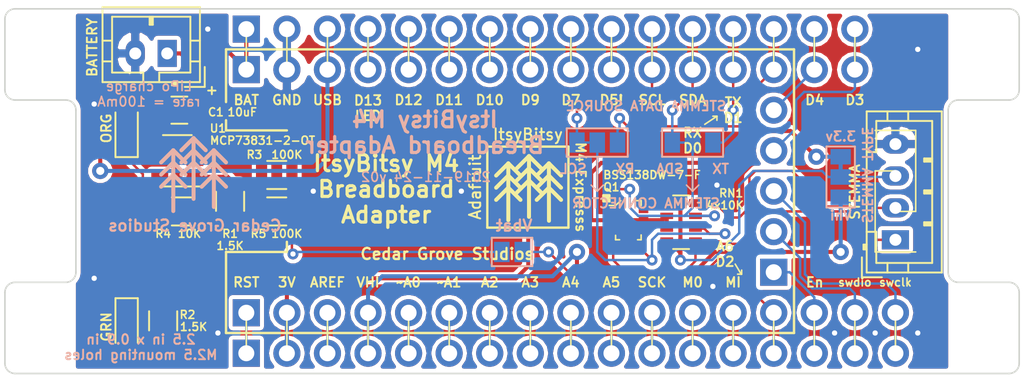
<source format=kicad_pcb>
(kicad_pcb (version 20171130) (host pcbnew "(5.0.0-rc2-dev-444-g2974a2c10)")
  (title_block (title "ItsyBitsy Breadboard Adapter") (date 2019-11-24) (rev v02) (company "Cedar Grove Studios"))
  (layers (0 F.Cu signal) (31 B.Cu signal) (34 B.Paste user hide) (35 F.Paste user) (36 B.SilkS user) (37 F.SilkS user) (38 B.Mask user) (39 F.Mask user hide) (44 Edge.Cuts user))
  (net 0 "")
  (net 1 GND)
  (net 2 /SCL)
  (net 3 /SDA)
  (net 4 +3V3)
  (net 5 /Aref)
  (net 6 /Vhi)
  (net 7 /~~A0)
  (net 8 /~~A1)
  (net 9 /A2)
  (net 10 /A3)
  (net 11 /A4)
  (net 12 /A5)
  (net 13 /SCK)
  (net 14 /MO)
  (net 15 /MI)
  (net 16 /D2-A6)
  (net 17 /En)
  (net 18 /swdio)
  (net 19 /swclk)
  (net 20 /D3)
  (net 21 /D4)
  (net 22 /D0-RX)
  (net 23 /D1-TX)
  (net 24 /D5!)
  (net 25 /D7)
  (net 26 /D9)
  (net 27 /D10)
  (net 28 /D11)
  (net 29 /D12)
  (net 30 /D13-LED)
  (net 31 /BAT)
  (net 32 "Net-(D1-Pad1)")
  (net 33 "Net-(D2-Pad2)")
  (net 34 /~RST)
  (net 35 /STEMMA_SCL)
  (net 36 /STEMMA_SDA)
  (net 37 "Net-(JMP3-Pad2)")
  (net 38 "Net-(R1-Pad2)")
  (net 39 "Net-(R4-Pad1)")
  (net 40 /USB)
  (module Adafruit:Pin_Header_Straight_1x05_Pitch2.54mm_no_silk (layer F.Cu) (at 144.78 113.03 180)
    (fp_text reference J6)
    (fp_text value XTRA)
    (pad 5 thru_hole oval (at 0 10.16 180) (size 1.7 1.7) (drill 1) (layers *.Cu *.Mask) (net 21 /D4))
    (pad 4 thru_hole oval (at 0 7.62 180) (size 1.7 1.7) (drill 1) (layers *.Cu *.Mask) (net 20 /D3))
    (pad 3 thru_hole oval (at 0 5.08 180) (size 1.7 1.7) (drill 1) (layers *.Cu *.Mask) (net 19 /swclk))
    (pad 2 thru_hole oval (at 0 2.54 180) (size 1.7 1.7) (drill 1) (layers *.Cu *.Mask) (net 18 /swdio))
    (pad 1 thru_hole rect (at 0 0 180) (size 1.7 1.7) (drill 1) (layers *.Cu *.Mask) (net 17 /En))
  )
  (module Resistors_SMD:R_Array_Convex_4x0603 (layer F.Cu) (at 138.980666 109.896407)
    (fp_text reference RN1 (at 3.132334 -1.819407) (layer F.SilkS) (effects (font (size 0.5 0.5) (thickness 0.1))))
    (fp_text value 4x10K (at 2.751334 -1.057407) (layer F.SilkS) (effects (font (size 0.5 0.5) (thickness 0.1))))
    (pad 1 smd rect (at -0.9 -1.2) (size 0.8 0.5) (layers F.Cu F.Paste F.Mask) (net 4 +3V3))
    (pad 3 smd rect (at -0.9 0.4) (size 0.8 0.4) (layers F.Cu F.Paste F.Mask) (net 4 +3V3))
    (pad 2 smd rect (at -0.9 -0.4) (size 0.8 0.4) (layers F.Cu F.Paste F.Mask) (net 4 +3V3))
    (pad 4 smd rect (at -0.9 1.2) (size 0.8 0.5) (layers F.Cu F.Paste F.Mask) (net 4 +3V3))
    (pad 7 smd rect (at 0.9 -0.4) (size 0.8 0.4) (layers F.Cu F.Paste F.Mask) (net 3 /SDA))
    (pad 8 smd rect (at 0.9 -1.2) (size 0.8 0.5) (layers F.Cu F.Paste F.Mask) (net 36 /STEMMA_SDA))
    (pad 6 smd rect (at 0.9 0.4) (size 0.8 0.4) (layers F.Cu F.Paste F.Mask) (net 2 /SCL))
    (pad 5 smd rect (at 0.9 1.2) (size 0.8 0.5) (layers F.Cu F.Paste F.Mask) (net 35 /STEMMA_SCL))
  )
  (module Adafruit:Pin_Header_Straight_1x17_Pitch2.54mm_no_silk (layer F.Cu) (at 111.76 115.57 90)
    (fp_text reference J1)
    (fp_text value "EDGE PINS")
    (pad 1 thru_hole rect (at 0 0 90) (size 1.7 1.7) (drill 1) (layers *.Cu *.Mask) (net 34 /~RST))
    (pad 2 thru_hole oval (at 0 2.54 90) (size 1.7 1.7) (drill 1) (layers *.Cu *.Mask) (net 4 +3V3))
    (pad 3 thru_hole oval (at 0 5.08 90) (size 1.7 1.7) (drill 1) (layers *.Cu *.Mask) (net 5 /Aref))
    (pad 4 thru_hole oval (at 0 7.62 90) (size 1.7 1.7) (drill 1) (layers *.Cu *.Mask) (net 6 /Vhi))
    (pad 5 thru_hole oval (at 0 10.16 90) (size 1.7 1.7) (drill 1) (layers *.Cu *.Mask) (net 7 /~~A0))
    (pad 6 thru_hole oval (at 0 12.7 90) (size 1.7 1.7) (drill 1) (layers *.Cu *.Mask) (net 8 /~~A1))
    (pad 7 thru_hole oval (at 0 15.24 90) (size 1.7 1.7) (drill 1) (layers *.Cu *.Mask) (net 9 /A2))
    (pad 8 thru_hole oval (at 0 17.78 90) (size 1.7 1.7) (drill 1) (layers *.Cu *.Mask) (net 10 /A3))
    (pad 9 thru_hole oval (at 0 20.32 90) (size 1.7 1.7) (drill 1) (layers *.Cu *.Mask) (net 11 /A4))
    (pad 10 thru_hole oval (at 0 22.86 90) (size 1.7 1.7) (drill 1) (layers *.Cu *.Mask) (net 12 /A5))
    (pad 11 thru_hole oval (at 0 25.4 90) (size 1.7 1.7) (drill 1) (layers *.Cu *.Mask) (net 13 /SCK))
    (pad 12 thru_hole oval (at 0 27.94 90) (size 1.7 1.7) (drill 1) (layers *.Cu *.Mask) (net 14 /MO))
    (pad 13 thru_hole oval (at 0 30.48 90) (size 1.7 1.7) (drill 1) (layers *.Cu *.Mask) (net 15 /MI))
    (pad 14 thru_hole oval (at 0 33.02 90) (size 1.7 1.7) (drill 1) (layers *.Cu *.Mask) (net 16 /D2-A6))
    (pad 15 thru_hole oval (at 0 35.56 90) (size 1.7 1.7) (drill 1) (layers *.Cu *.Mask) (net 17 /En))
    (pad 16 thru_hole oval (at 0 38.1 90) (size 1.7 1.7) (drill 1) (layers *.Cu *.Mask) (net 18 /swdio))
    (pad 17 thru_hole oval (at 0 40.64 90) (size 1.7 1.7) (drill 1) (layers *.Cu *.Mask) (net 19 /swclk))
  )
  (module Adafruit:Pin_Header_Straight_1x16_Pitch2.54mm_no_silk (layer F.Cu) (at 111.76 100.33 90)
    (fp_text reference J2)
    (fp_text value "EDGE PINS")
    (pad 1 thru_hole rect (at 0 0 90) (size 1.7 1.7) (drill 1) (layers *.Cu *.Mask) (net 31 /BAT))
    (pad 2 thru_hole oval (at 0 2.54 90) (size 1.7 1.7) (drill 1) (layers *.Cu *.Mask) (net 1 GND))
    (pad 3 thru_hole oval (at 0 5.08 90) (size 1.7 1.7) (drill 1) (layers *.Cu *.Mask) (net 40 /USB))
    (pad 4 thru_hole oval (at 0 7.62 90) (size 1.7 1.7) (drill 1) (layers *.Cu *.Mask) (net 30 /D13-LED))
    (pad 5 thru_hole oval (at 0 10.16 90) (size 1.7 1.7) (drill 1) (layers *.Cu *.Mask) (net 29 /D12))
    (pad 6 thru_hole oval (at 0 12.7 90) (size 1.7 1.7) (drill 1) (layers *.Cu *.Mask) (net 28 /D11))
    (pad 7 thru_hole oval (at 0 15.24 90) (size 1.7 1.7) (drill 1) (layers *.Cu *.Mask) (net 27 /D10))
    (pad 8 thru_hole oval (at 0 17.78 90) (size 1.7 1.7) (drill 1) (layers *.Cu *.Mask) (net 26 /D9))
    (pad 9 thru_hole oval (at 0 20.32 90) (size 1.7 1.7) (drill 1) (layers *.Cu *.Mask) (net 25 /D7))
    (pad 10 thru_hole oval (at 0 22.86 90) (size 1.7 1.7) (drill 1) (layers *.Cu *.Mask) (net 24 /D5!))
    (pad 11 thru_hole oval (at 0 25.4 90) (size 1.7 1.7) (drill 1) (layers *.Cu *.Mask) (net 2 /SCL))
    (pad 12 thru_hole oval (at 0 27.94 90) (size 1.7 1.7) (drill 1) (layers *.Cu *.Mask) (net 3 /SDA))
    (pad 13 thru_hole oval (at 0 30.48 90) (size 1.7 1.7) (drill 1) (layers *.Cu *.Mask) (net 23 /D1-TX))
    (pad 14 thru_hole oval (at 0 33.02 90) (size 1.7 1.7) (drill 1) (layers *.Cu *.Mask) (net 22 /D0-RX))
    (pad 15 thru_hole oval (at 0 35.56 90) (size 1.7 1.7) (drill 1) (layers *.Cu *.Mask) (net 21 /D4))
    (pad 16 thru_hole oval (at 0 38.1 90) (size 1.7 1.7) (drill 1) (layers *.Cu *.Mask) (net 20 /D3))
  )
  (module Mounting_Holes:MountingHole_2.7mm_M2.5 (layer F.Cu) (at 99.314 99.441)
    (fp_text reference REF**)
    (fp_text value MountingHole_2.7mm_M2.5)
    (pad 1 np_thru_hole circle (at 0 0) (size 2.7 2.7) (drill 2.7) (layers *.Cu *.Mask))
  )
  (module Mounting_Holes:MountingHole_2.7mm_M2.5 (layer F.Cu) (at 99.314 116.459)
    (fp_text reference REF**)
    (fp_text value MountingHole_2.7mm_M2.5)
    (pad 1 np_thru_hole circle (at 0 0) (size 2.7 2.7) (drill 2.7) (layers *.Cu *.Mask))
  )
  (module Mounting_Holes:MountingHole_2.7mm_M2.5 (layer F.Cu) (at 157.48 116.459)
    (fp_text reference REF**)
    (fp_text value MountingHole_2.7mm_M2.5)
    (pad 1 np_thru_hole circle (at 0 0) (size 2.7 2.7) (drill 2.7) (layers *.Cu *.Mask))
  )
  (module Connectors_JST:JST_PH_B4B-PH-K_04x2.00mm_Straight (layer F.Cu) (at 152.4 110.998 90)
    (fp_text reference J4)
    (fp_text value STEMMA (at 3 -2.54 90) (layer F.SilkS) (effects (font (size 0.6 0.6) (thickness 0.12))))
    (pad 1 thru_hole rect (at 0 0 90) (size 1.2 1.7) (drill 0.75) (layers *.Cu *.Mask) (net 35 /STEMMA_SCL))
    (pad 2 thru_hole oval (at 2 0 90) (size 1.2 1.7) (drill 0.75) (layers *.Cu *.Mask) (net 36 /STEMMA_SDA))
    (pad 3 thru_hole oval (at 4 0 90) (size 1.2 1.7) (drill 0.75) (layers *.Cu *.Mask) (net 4 +3V3))
    (pad 4 thru_hole oval (at 6 0 90) (size 1.2 1.7) (drill 0.75) (layers *.Cu *.Mask) (net 1 GND))
  )
  (module Connectors_JST:JST_PH_B2B-PH-K_02x2.00mm_Straight (layer F.Cu) (at 106.807 99.314 180)
    (fp_text reference J5)
    (fp_text value BATTERY (at 4.699 0.381 270) (layer F.SilkS) (effects (font (size 0.6 0.6) (thickness 0.12))))
    (pad 1 thru_hole rect (at 0 0 180) (size 1.2 1.7) (drill 0.75) (layers *.Cu *.Mask) (net 31 /BAT))
    (pad 2 thru_hole oval (at 2 0 180) (size 1.2 1.7) (drill 0.75) (layers *.Cu *.Mask) (net 1 GND))
  )
  (module Mounting_Holes:MountingHole_2.7mm_M2.5 (layer F.Cu) (at 157.48 99.441)
    (fp_text reference REF**)
    (fp_text value MountingHole_2.7mm_M2.5)
    (pad 1 np_thru_hole circle (at 0 0) (size 2.7 2.7) (drill 2.7) (layers *.Cu *.Mask))
  )
  (module Adafruit:Pin_Header_Straight_1x17_Pitch2.54mm_no_silk (layer F.Cu) (at 111.76 118.11 90)
    (fp_text reference J7)
    (fp_text value "BODGE PINS")
    (pad 17 thru_hole oval (at 0 40.64 90) (size 1.7 1.7) (drill 1) (layers *.Cu *.Mask) (net 19 /swclk))
    (pad 16 thru_hole oval (at 0 38.1 90) (size 1.7 1.7) (drill 1) (layers *.Cu *.Mask) (net 18 /swdio))
    (pad 15 thru_hole oval (at 0 35.56 90) (size 1.7 1.7) (drill 1) (layers *.Cu *.Mask) (net 17 /En))
    (pad 14 thru_hole oval (at 0 33.02 90) (size 1.7 1.7) (drill 1) (layers *.Cu *.Mask) (net 16 /D2-A6))
    (pad 13 thru_hole oval (at 0 30.48 90) (size 1.7 1.7) (drill 1) (layers *.Cu *.Mask) (net 15 /MI))
    (pad 12 thru_hole oval (at 0 27.94 90) (size 1.7 1.7) (drill 1) (layers *.Cu *.Mask) (net 14 /MO))
    (pad 11 thru_hole oval (at 0 25.4 90) (size 1.7 1.7) (drill 1) (layers *.Cu *.Mask) (net 13 /SCK))
    (pad 10 thru_hole oval (at 0 22.86 90) (size 1.7 1.7) (drill 1) (layers *.Cu *.Mask) (net 12 /A5))
    (pad 9 thru_hole oval (at 0 20.32 90) (size 1.7 1.7) (drill 1) (layers *.Cu *.Mask) (net 11 /A4))
    (pad 8 thru_hole oval (at 0 17.78 90) (size 1.7 1.7) (drill 1) (layers *.Cu *.Mask) (net 10 /A3))
    (pad 7 thru_hole oval (at 0 15.24 90) (size 1.7 1.7) (drill 1) (layers *.Cu *.Mask) (net 9 /A2))
    (pad 6 thru_hole oval (at 0 12.7 90) (size 1.7 1.7) (drill 1) (layers *.Cu *.Mask) (net 8 /~~A1))
    (pad 5 thru_hole oval (at 0 10.16 90) (size 1.7 1.7) (drill 1) (layers *.Cu *.Mask) (net 7 /~~A0))
    (pad 4 thru_hole oval (at 0 7.62 90) (size 1.7 1.7) (drill 1) (layers *.Cu *.Mask) (net 6 /Vhi))
    (pad 3 thru_hole oval (at 0 5.08 90) (size 1.7 1.7) (drill 1) (layers *.Cu *.Mask) (net 5 /Aref))
    (pad 2 thru_hole oval (at 0 2.54 90) (size 1.7 1.7) (drill 1) (layers *.Cu *.Mask) (net 4 +3V3))
    (pad 1 thru_hole rect (at 0 0 90) (size 1.7 1.7) (drill 1) (layers *.Cu *.Mask) (net 34 /~RST))
  )
  (module Adafruit:Pin_Header_Straight_1x16_Pitch2.54mm_no_silk (layer F.Cu) (at 111.76 97.79 90)
    (fp_text reference J8)
    (fp_text value "EDGE PINS")
    (pad 16 thru_hole oval (at 0 38.1 90) (size 1.7 1.7) (drill 1) (layers *.Cu *.Mask) (net 20 /D3))
    (pad 15 thru_hole oval (at 0 35.56 90) (size 1.7 1.7) (drill 1) (layers *.Cu *.Mask) (net 21 /D4))
    (pad 14 thru_hole oval (at 0 33.02 90) (size 1.7 1.7) (drill 1) (layers *.Cu *.Mask) (net 22 /D0-RX))
    (pad 13 thru_hole oval (at 0 30.48 90) (size 1.7 1.7) (drill 1) (layers *.Cu *.Mask) (net 23 /D1-TX))
    (pad 12 thru_hole oval (at 0 27.94 90) (size 1.7 1.7) (drill 1) (layers *.Cu *.Mask) (net 3 /SDA))
    (pad 11 thru_hole oval (at 0 25.4 90) (size 1.7 1.7) (drill 1) (layers *.Cu *.Mask) (net 2 /SCL))
    (pad 10 thru_hole oval (at 0 22.86 90) (size 1.7 1.7) (drill 1) (layers *.Cu *.Mask) (net 24 /D5!))
    (pad 9 thru_hole oval (at 0 20.32 90) (size 1.7 1.7) (drill 1) (layers *.Cu *.Mask) (net 25 /D7))
    (pad 8 thru_hole oval (at 0 17.78 90) (size 1.7 1.7) (drill 1) (layers *.Cu *.Mask) (net 26 /D9))
    (pad 7 thru_hole oval (at 0 15.24 90) (size 1.7 1.7) (drill 1) (layers *.Cu *.Mask) (net 27 /D10))
    (pad 6 thru_hole oval (at 0 12.7 90) (size 1.7 1.7) (drill 1) (layers *.Cu *.Mask) (net 28 /D11))
    (pad 5 thru_hole oval (at 0 10.16 90) (size 1.7 1.7) (drill 1) (layers *.Cu *.Mask) (net 29 /D12))
    (pad 4 thru_hole oval (at 0 7.62 90) (size 1.7 1.7) (drill 1) (layers *.Cu *.Mask) (net 30 /D13-LED))
    (pad 3 thru_hole oval (at 0 5.08 90) (size 1.7 1.7) (drill 1) (layers *.Cu *.Mask) (net 40 /USB))
    (pad 2 thru_hole oval (at 0 2.54 90) (size 1.7 1.7) (drill 1) (layers *.Cu *.Mask) (net 1 GND))
    (pad 1 thru_hole rect (at 0 0 90) (size 1.7 1.7) (drill 1) (layers *.Cu *.Mask) (net 31 /BAT))
  )
  (module Capacitors_SMD:C_0805 (layer F.Cu) (at 107.569 102.87 180)
    (fp_text reference C1 (at -2.286 -0.127 180) (layer F.SilkS) (effects (font (size 0.5 0.5) (thickness 0.1))))
    (fp_text value 10uF (at -3.937 -0.127 180) (layer F.SilkS) (effects (font (size 0.5 0.5) (thickness 0.1))))
    (pad 2 smd rect (at 1 0 180) (size 1 1.25) (layers F.Cu F.Paste F.Mask) (net 1 GND))
    (pad 1 smd rect (at -1 0 180) (size 1 1.25) (layers F.Cu F.Paste F.Mask) (net 31 /BAT))
  )
  (module LEDs:LED_0805 (layer F.Cu) (at 104.267 104.013 90)
    (fp_text reference D1)
    (fp_text value ORG (at 0 -1.27 90) (layer F.SilkS) (effects (font (size 0.6 0.6) (thickness 0.12))))
    (pad 2 smd rect (at 1.1 0 270) (size 1.2 1.2) (layers F.Cu F.Paste F.Mask) (net 40 /USB))
    (pad 1 smd rect (at -1.1 0 270) (size 1.2 1.2) (layers F.Cu F.Paste F.Mask) (net 32 "Net-(D1-Pad1)"))
  )
  (module LEDs:LED_0805 (layer F.Cu) (at 104.267 116.459 270)
    (fp_text reference D2)
    (fp_text value GRN (at 0 1.27 270) (layer F.SilkS) (effects (font (size 0.6 0.6) (thickness 0.12))))
    (pad 1 smd rect (at -1.1 0 90) (size 1.2 1.2) (layers F.Cu F.Paste F.Mask) (net 1 GND))
    (pad 2 smd rect (at 1.1 0 90) (size 1.2 1.2) (layers F.Cu F.Paste F.Mask) (net 33 "Net-(D2-Pad2)"))
  )
  (module Connectors:GS3 (layer B.Cu) (at 133.731 104.902 270)
    (fp_text reference JMP1)
    (fp_text value SCL_RX)
    (pad 3 smd rect (at 0 -1.27 270) (size 1.27 0.97) (layers B.Cu B.Paste B.Mask) (net 22 /D0-RX))
    (pad 2 smd rect (at 0 0 270) (size 1.27 0.97) (layers B.Cu B.Paste B.Mask) (net 2 /SCL))
    (pad 1 smd rect (at 0 1.27 270) (size 1.27 0.97) (layers B.Cu B.Paste B.Mask) (net 2 /SCL))
  )
  (module Connectors:GS3 (layer B.Cu) (at 139.7 104.902 270)
    (fp_text reference JMP2)
    (fp_text value SDA_TX)
    (pad 1 smd rect (at 0 1.27 270) (size 1.27 0.97) (layers B.Cu B.Paste B.Mask) (net 3 /SDA))
    (pad 2 smd rect (at 0 0 270) (size 1.27 0.97) (layers B.Cu B.Paste B.Mask) (net 3 /SDA))
    (pad 3 smd rect (at 0 -1.27 270) (size 1.27 0.97) (layers B.Cu B.Paste B.Mask) (net 23 /D1-TX))
  )
  (module Connectors:GS2 (layer B.Cu) (at 128.397 111.76 90)
    (fp_text reference JMP3)
    (fp_text value Vbat (at 1.651 0.127) (layer B.SilkS) (effects (font (size 0.7 0.7) (thickness 0.14)) (justify mirror)))
    (pad 1 smd rect (at 0 0.64 90) (size 1.27 0.97) (layers B.Cu B.Paste B.Mask) (net 16 /D2-A6))
    (pad 2 smd rect (at 0 -0.64 90) (size 1.27 0.97) (layers B.Cu B.Paste B.Mask) (net 37 "Net-(JMP3-Pad2)"))
  )
  (module digikey-footprints:SOT-363 (layer F.Cu) (at 135.678666 109.769407 270)
    (fp_text reference Q1 (at -2.073407 1.058666) (layer F.SilkS) (effects (font (size 0.5 0.5) (thickness 0.1))))
    (fp_text value BSS138DW-7-F (at -2.835407 -1.481334) (layer F.SilkS) (effects (font (size 0.5 0.5) (thickness 0.1))))
    (pad 6 smd rect (at -0.65 -0.95 270) (size 0.42 0.6) (layers F.Cu F.Paste F.Mask) (net 36 /STEMMA_SDA))
    (pad 5 smd rect (at 0 -0.95 270) (size 0.42 0.6) (layers F.Cu F.Paste F.Mask) (net 4 +3V3))
    (pad 4 smd rect (at 0.65 -0.95 270) (size 0.42 0.6) (layers F.Cu F.Paste F.Mask) (net 2 /SCL))
    (pad 1 smd rect (at -0.65 0.95 270) (size 0.42 0.6) (layers F.Cu F.Paste F.Mask) (net 3 /SDA))
    (pad 2 smd rect (at 0 0.95 270) (size 0.42 0.6) (layers F.Cu F.Paste F.Mask) (net 4 +3V3))
    (pad 3 smd rect (at 0.65 0.95 270) (size 0.42 0.6) (layers F.Cu F.Paste F.Mask) (net 35 /STEMMA_SCL))
  )
  (module Resistors_SMD:R_0805 (layer F.Cu) (at 110.744 108.585 90)
    (fp_text reference R1 (at -2.032 0 180) (layer F.SilkS) (effects (font (size 0.5 0.5) (thickness 0.1))))
    (fp_text value 1.5K (at -2.794 0 180) (layer F.SilkS) (effects (font (size 0.5 0.5) (thickness 0.1))))
    (pad 1 smd rect (at -0.95 0 90) (size 0.7 1.3) (layers F.Cu F.Paste F.Mask) (net 32 "Net-(D1-Pad1)"))
    (pad 2 smd rect (at 0.95 0 90) (size 0.7 1.3) (layers F.Cu F.Paste F.Mask) (net 38 "Net-(R1-Pad2)"))
  )
  (module Resistors_SMD:R_0805 (layer F.Cu) (at 106.553 116.078 270)
    (fp_text reference R2 (at -0.381 -1.524) (layer F.SilkS) (effects (font (size 0.5 0.5) (thickness 0.1))))
    (fp_text value 1.5K (at 0.381 -1.905) (layer F.SilkS) (effects (font (size 0.5 0.5) (thickness 0.1))))
    (pad 2 smd rect (at 0.95 0 270) (size 0.7 1.3) (layers F.Cu F.Paste F.Mask) (net 33 "Net-(D2-Pad2)"))
    (pad 1 smd rect (at -0.95 0 270) (size 0.7 1.3) (layers F.Cu F.Paste F.Mask) (net 4 +3V3))
  )
  (module Resistors_SMD:R_0805 (layer F.Cu) (at 113.665 106.934)
    (fp_text reference R3 (at -1.397 -1.27) (layer F.SilkS) (effects (font (size 0.5 0.5) (thickness 0.1))))
    (fp_text value 100K (at 0.635 -1.27) (layer F.SilkS) (effects (font (size 0.5 0.5) (thickness 0.1))))
    (pad 2 smd rect (at 0.95 0) (size 0.7 1.3) (layers F.Cu F.Paste F.Mask) (net 37 "Net-(JMP3-Pad2)"))
    (pad 1 smd rect (at -0.95 0) (size 0.7 1.3) (layers F.Cu F.Paste F.Mask) (net 31 /BAT))
  )
  (module Resistors_SMD:R_0805 (layer F.Cu) (at 107.696 109.22)
    (fp_text reference R4 (at -1.143 1.397) (layer F.SilkS) (effects (font (size 0.5 0.5) (thickness 0.1))))
    (fp_text value 10K (at 0.508 1.397) (layer F.SilkS) (effects (font (size 0.5 0.5) (thickness 0.1))))
    (pad 2 smd rect (at 0.95 0) (size 0.7 1.3) (layers F.Cu F.Paste F.Mask) (net 1 GND))
    (pad 1 smd rect (at -0.95 0) (size 0.7 1.3) (layers F.Cu F.Paste F.Mask) (net 39 "Net-(R4-Pad1)"))
  )
  (module Resistors_SMD:R_0805 (layer F.Cu) (at 113.665 109.22 180)
    (fp_text reference R5 (at 1.143 -1.397 180) (layer F.SilkS) (effects (font (size 0.5 0.5) (thickness 0.1))))
    (fp_text value 100K (at -0.635 -1.397 180) (layer F.SilkS) (effects (font (size 0.5 0.5) (thickness 0.1))))
    (pad 1 smd rect (at -0.95 0 180) (size 0.7 1.3) (layers F.Cu F.Paste F.Mask) (net 37 "Net-(JMP3-Pad2)"))
    (pad 2 smd rect (at 0.95 0 180) (size 0.7 1.3) (layers F.Cu F.Paste F.Mask) (net 1 GND))
  )
  (module TO_SOT_Packages_SMD:SOT-23-5 (layer F.Cu) (at 107.442 106.045 180)
    (fp_text reference U1 (at -2.54 2.032 180) (layer F.SilkS) (effects (font (size 0.5 0.5) (thickness 0.1))))
    (fp_text value MCP73831-2-OT (at -5.334 1.27 180) (layer F.SilkS) (effects (font (size 0.5 0.5) (thickness 0.1))))
    (pad 5 smd rect (at 1.1 -0.95 180) (size 1.06 0.65) (layers F.Cu F.Paste F.Mask) (net 39 "Net-(R4-Pad1)"))
    (pad 4 smd rect (at 1.1 0.95 180) (size 1.06 0.65) (layers F.Cu F.Paste F.Mask) (net 40 /USB))
    (pad 3 smd rect (at -1.1 0.95 180) (size 1.06 0.65) (layers F.Cu F.Paste F.Mask) (net 31 /BAT))
    (pad 2 smd rect (at -1.1 0 180) (size 1.06 0.65) (layers F.Cu F.Paste F.Mask) (net 1 GND))
    (pad 1 smd rect (at -1.1 -0.95 180) (size 1.06 0.65) (layers F.Cu F.Paste F.Mask) (net 38 "Net-(R1-Pad2)"))
  )
  (module Connectors:GS3 (layer B.Cu) (at 148.971 107.061)
    (fp_text reference JMP4)
    (fp_text value STEMMA_VOLTS)
    (pad 1 smd rect (at 0 1.27) (size 1.27 0.97) (layers B.Cu B.Paste B.Mask) (net 6 /Vhi))
    (pad 2 smd rect (at 0 0) (size 1.27 0.97) (layers B.Cu B.Paste B.Mask) (net 4 +3V3))
    (pad 3 smd rect (at 0 -1.27) (size 1.27 0.97) (layers B.Cu B.Paste B.Mask) (net 4 +3V3))
  )
  (gr_line (start 110.49 104.14) (end 110.49 103.505) (layer F.SilkS) (width 0.15))
  (gr_line (start 114.3 111.76) (end 114.3 111.125) (layer F.SilkS) (width 0.15))
  (gr_poly (pts (xy 134.112 108.204) (xy 134.493 108.204) (xy 134.493 108.585) (xy 134.112 108.585)) (layer F.SilkS) (width 0.15))
  (gr_text "STEMMA DATA SOURCE" (at 136.779 102.616) (layer B.SilkS) (effects (font (size 0.6 0.6) (thickness 0.12)) (justify mirror)))
  (gr_text "STEMMA CONNECTOR" (at 136.779 108.712) (layer B.SilkS) (effects (font (size 0.6 0.6) (thickness 0.12)) (justify mirror)))
  (gr_line (start 139.7 107.95) (end 139.319 107.569) (layer B.SilkS) (width 0.1))
  (gr_line (start 139.7 105.791) (end 139.7 107.95) (layer B.SilkS) (width 0.1))
  (gr_line (start 139.7 107.95) (end 140.081 107.569) (layer B.SilkS) (width 0.1))
  (gr_line (start 133.731 107.95) (end 134.112 107.569) (layer B.SilkS) (width 0.1))
  (gr_line (start 133.731 107.95) (end 133.35 107.569) (layer B.SilkS) (width 0.1))
  (gr_line (start 133.731 105.791) (end 133.731 107.95) (layer B.SilkS) (width 0.1))
  (gr_text "RX    SCL" (at 133.731 106.553) (layer B.SilkS) (effects (font (size 0.6 0.6) (thickness 0.12)) (justify mirror)))
  (gr_text "TX    SDA" (at 139.7 106.553) (layer B.SilkS) (effects (font (size 0.6 0.6) (thickness 0.12)) (justify mirror)))
  (gr_text "LiPo charge\nrate = 100mA" (at 105.664 101.854) (layer B.SilkS) (effects (font (size 0.6 0.6) (thickness 0.1)) (justify mirror)))
  (gr_text + (at 109.601 101.6) (layer F.SilkS) (effects (font (size 0.6 0.6) (thickness 0.12))))
  (gr_line (start 111.76 100.33) (end 111.76 97.79) (layer F.SilkS) (width 0.1))
  (gr_line (start 114.3 100.33) (end 114.3 97.79) (layer F.SilkS) (width 0.1))
  (gr_line (start 116.84 100.33) (end 116.84 97.79) (layer F.SilkS) (width 0.1))
  (gr_line (start 119.38 100.33) (end 119.38 97.79) (layer F.SilkS) (width 0.1))
  (gr_line (start 121.92 100.33) (end 121.92 97.79) (layer F.SilkS) (width 0.1))
  (gr_line (start 124.46 100.33) (end 124.46 97.79) (layer F.SilkS) (width 0.1))
  (gr_line (start 127 100.33) (end 127 97.79) (layer F.SilkS) (width 0.1))
  (gr_line (start 129.54 100.33) (end 129.54 97.79) (layer F.SilkS) (width 0.1))
  (gr_line (start 132.08 100.33) (end 132.08 97.79) (layer F.SilkS) (width 0.1))
  (gr_line (start 134.62 100.33) (end 134.62 97.79) (layer F.SilkS) (width 0.1))
  (gr_line (start 137.16 100.33) (end 137.16 97.79) (layer F.SilkS) (width 0.1))
  (gr_line (start 139.7 100.33) (end 139.7 97.79) (layer F.SilkS) (width 0.1))
  (gr_line (start 142.24 100.33) (end 142.24 97.79) (layer F.SilkS) (width 0.1))
  (gr_line (start 144.78 100.33) (end 144.78 97.79) (layer F.SilkS) (width 0.1))
  (gr_line (start 147.32 100.33) (end 147.32 97.79) (layer F.SilkS) (width 0.1))
  (gr_line (start 149.86 100.33) (end 149.86 97.79) (layer F.SilkS) (width 0.1))
  (gr_line (start 111.76 115.57) (end 111.76 118.11) (layer F.SilkS) (width 0.1))
  (gr_line (start 114.3 115.57) (end 114.3 118.11) (layer F.SilkS) (width 0.1))
  (gr_line (start 116.84 115.57) (end 116.84 118.11) (layer F.SilkS) (width 0.1))
  (gr_line (start 119.38 115.57) (end 119.38 118.11) (layer F.SilkS) (width 0.1))
  (gr_line (start 121.92 115.57) (end 121.92 118.11) (layer F.SilkS) (width 0.1))
  (gr_line (start 124.46 115.57) (end 124.46 118.11) (layer F.SilkS) (width 0.1))
  (gr_line (start 127 115.57) (end 127 118.11) (layer F.SilkS) (width 0.1))
  (gr_line (start 129.54 115.57) (end 129.54 118.11) (layer F.SilkS) (width 0.1))
  (gr_line (start 132.08 115.57) (end 132.08 118.11) (layer F.SilkS) (width 0.1))
  (gr_line (start 134.62 115.57) (end 134.62 118.11) (layer F.SilkS) (width 0.1))
  (gr_line (start 137.16 115.57) (end 137.16 118.11) (layer F.SilkS) (width 0.1))
  (gr_line (start 139.7 115.57) (end 139.7 118.11) (layer F.SilkS) (width 0.1))
  (gr_line (start 142.24 115.57) (end 142.24 118.11) (layer F.SilkS) (width 0.1))
  (gr_line (start 144.78 115.57) (end 144.78 118.11) (layer F.SilkS) (width 0.1))
  (gr_line (start 147.32 118.11) (end 147.32 115.57) (layer F.SilkS) (width 0.1))
  (gr_line (start 149.86 118.11) (end 149.86 115.57) (layer F.SilkS) (width 0.1))
  (gr_line (start 152.4 118.11) (end 152.4 115.57) (layer F.SilkS) (width 0.1))
  (gr_line (start 160.147 118.745) (end 160.147 114.3) (layer Edge.Cuts) (width 0.1))
  (gr_arc (start 159.512 101.6) (end 159.512 102.235) (angle -90) (layer Edge.Cuts) (width 0.1))
  (gr_line (start 159.512 102.235) (end 156.337 102.235) (layer Edge.Cuts) (width 0.1))
  (gr_line (start 155.702 102.87) (end 155.702 113.03) (layer Edge.Cuts) (width 0.1))
  (gr_arc (start 156.337 102.87) (end 156.337 102.235) (angle -90) (layer Edge.Cuts) (width 0.1))
  (gr_arc (start 156.337 113.03) (end 155.702 113.03) (angle -90) (layer Edge.Cuts) (width 0.1))
  (gr_arc (start 159.512 114.3) (end 160.147 114.3) (angle -90) (layer Edge.Cuts) (width 0.1))
  (gr_line (start 159.512 113.665) (end 156.337 113.665) (layer Edge.Cuts) (width 0.1))
  (gr_line (start 97.282 113.665) (end 100.457 113.665) (layer Edge.Cuts) (width 0.1))
  (gr_line (start 97.282 102.235) (end 100.457 102.235) (layer Edge.Cuts) (width 0.1))
  (gr_arc (start 100.457 113.03) (end 100.457 113.665) (angle -90) (layer Edge.Cuts) (width 0.1))
  (gr_arc (start 100.457 102.87) (end 101.092 102.87) (angle -90) (layer Edge.Cuts) (width 0.1))
  (gr_line (start 101.092 113.03) (end 101.092 102.87) (layer Edge.Cuts) (width 0.1))
  (gr_line (start 96.647 118.745) (end 96.647 114.3) (layer Edge.Cuts) (width 0.1))
  (gr_arc (start 97.282 114.3) (end 97.282 113.665) (angle -90) (layer Edge.Cuts) (width 0.1))
  (gr_arc (start 97.282 101.6) (end 96.647 101.6) (angle -90) (layer Edge.Cuts) (width 0.1))
  (gr_arc (start 159.512 118.745) (end 159.512 119.38) (angle -90) (layer Edge.Cuts) (width 0.1))
  (gr_arc (start 97.282 118.745) (end 96.647 118.745) (angle -90) (layer Edge.Cuts) (width 0.1))
  (gr_arc (start 97.282 97.155) (end 97.282 96.52) (angle -90) (layer Edge.Cuts) (width 0.1))
  (gr_arc (start 159.512 97.155) (end 160.147 97.155) (angle -90) (layer Edge.Cuts) (width 0.1))
  (gr_text "Cedar Grove Studios" (at 124.333 111.887) (layer F.SilkS) (effects (font (size 0.7 0.7) (thickness 0.14))))
  (gr_line (start 128.162828 106.208108) (end 127.400828 106.970108) (layer F.SilkS) (width 0.25))
  (gr_line (start 128.162828 106.970108) (end 127.400828 107.732108) (layer F.SilkS) (width 0.25))
  (gr_line (start 128.162828 106.970108) (end 128.924828 107.732108) (layer F.SilkS) (width 0.25))
  (gr_line (start 128.162828 107.732108) (end 127.400828 108.494108) (layer F.SilkS) (width 0.25))
  (gr_line (start 128.162828 107.732108) (end 128.924828 108.494108) (layer F.SilkS) (width 0.25))
  (gr_line (start 128.162828 106.208108) (end 128.924828 106.970108) (layer F.SilkS) (width 0.25))
  (gr_line (start 130.702828 106.970108) (end 131.464828 107.732108) (layer F.SilkS) (width 0.25))
  (gr_line (start 130.702828 106.208108) (end 129.940828 106.970108) (layer F.SilkS) (width 0.25))
  (gr_line (start 130.702828 107.732108) (end 131.464828 108.494108) (layer F.SilkS) (width 0.25))
  (gr_line (start 128.162828 109.764108) (end 128.162828 106.208108) (layer F.SilkS) (width 0.25))
  (gr_line (start 129.458228 109.560908) (end 129.458228 105.750908) (layer F.SilkS) (width 0.25))
  (gr_line (start 129.458228 107.274908) (end 128.696228 108.036908) (layer F.SilkS) (width 0.25))
  (gr_line (start 130.702828 106.208108) (end 131.464828 106.970108) (layer F.SilkS) (width 0.25))
  (gr_line (start 129.458228 106.512908) (end 130.220228 107.274908) (layer F.SilkS) (width 0.25))
  (gr_line (start 130.7084 109.8042) (end 130.702828 106.208108) (layer F.SilkS) (width 0.25))
  (gr_line (start 129.458228 105.750908) (end 130.220228 106.512908) (layer F.SilkS) (width 0.25))
  (gr_line (start 129.458228 106.512908) (end 128.696228 107.274908) (layer F.SilkS) (width 0.25))
  (gr_line (start 129.458228 105.750908) (end 128.696228 106.512908) (layer F.SilkS) (width 0.25))
  (gr_line (start 129.458228 107.274908) (end 130.220228 108.036908) (layer F.SilkS) (width 0.25))
  (gr_line (start 130.702828 106.970108) (end 129.940828 107.732108) (layer F.SilkS) (width 0.25))
  (gr_line (start 130.702828 107.732108) (end 129.940828 108.494108) (layer F.SilkS) (width 0.25))
  (gr_line (start 151.13 111.76) (end 153.67 111.76) (layer F.SilkS) (width 0.1))
  (gr_line (start 151.13 106.68) (end 151.13 111.76) (layer F.SilkS) (width 0.1))
  (gr_line (start 152.4 106.68) (end 151.13 106.68) (layer F.SilkS) (width 0.1))
  (gr_line (start 153.67 109.22) (end 152.4 109.22) (layer F.SilkS) (width 0.1))
  (gr_line (start 153.67 104.14) (end 153.67 109.22) (layer F.SilkS) (width 0.1))
  (gr_line (start 151.13 104.14) (end 153.67 104.14) (layer F.SilkS) (width 0.1))
  (gr_line (start 146.05 99.06) (end 110.49 99.06) (layer F.SilkS) (width 0.15))
  (gr_line (start 146.05 116.84) (end 146.05 99.06) (layer F.SilkS) (width 0.15))
  (gr_line (start 110.49 116.84) (end 146.05 116.84) (layer F.SilkS) (width 0.15))
  (gr_line (start 110.49 99.06) (end 110.49 102.362) (layer F.SilkS) (width 0.15))
  (gr_text "STEMMA TYPE" (at 150.622 106.934 270) (layer B.SilkS) (effects (font (size 0.6 0.6) (thickness 0.12)) (justify mirror)))
  (gr_line (start 108.458 105.3846) (end 107.696 106.1466) (layer B.SilkS) (width 0.25))
  (gr_line (start 108.458 106.1466) (end 109.22 106.9086) (layer B.SilkS) (width 0.25))
  (gr_line (start 108.458 104.6226) (end 109.22 105.3846) (layer B.SilkS) (width 0.25))
  (gr_line (start 108.458 105.3846) (end 109.22 106.1466) (layer B.SilkS) (width 0.25))
  (gr_line (start 108.458 106.1466) (end 107.696 106.9086) (layer B.SilkS) (width 0.25))
  (gr_line (start 108.458 108.4326) (end 108.458 104.6226) (layer B.SilkS) (width 0.25))
  (gr_line (start 108.458 104.6226) (end 107.696 105.3846) (layer B.SilkS) (width 0.25))
  (gr_line (start 107.188 106.9086) (end 107.95 107.6706) (layer B.SilkS) (width 0.25))
  (gr_line (start 107.188 106.1466) (end 107.95 106.9086) (layer B.SilkS) (width 0.25))
  (gr_line (start 107.188 109.1946) (end 107.188 105.3846) (layer B.SilkS) (width 0.25))
  (gr_line (start 107.188 105.3846) (end 106.426 106.1466) (layer B.SilkS) (width 0.25))
  (gr_line (start 107.188 106.1466) (end 106.426 106.9086) (layer B.SilkS) (width 0.25))
  (gr_line (start 107.188 106.9086) (end 106.426 107.6706) (layer B.SilkS) (width 0.25))
  (gr_line (start 107.188 105.3846) (end 107.95 106.1466) (layer B.SilkS) (width 0.25))
  (gr_line (start 109.728 105.3846) (end 108.966 106.1466) (layer B.SilkS) (width 0.25))
  (gr_line (start 109.728 106.1466) (end 108.966 106.9086) (layer B.SilkS) (width 0.25))
  (gr_line (start 109.728 106.9086) (end 108.966 107.6706) (layer B.SilkS) (width 0.25))
  (gr_line (start 109.728 106.9086) (end 110.49 107.6706) (layer B.SilkS) (width 0.25))
  (gr_line (start 109.728 106.1466) (end 110.49 106.9086) (layer B.SilkS) (width 0.25))
  (gr_line (start 109.728 105.3846) (end 110.49 106.1466) (layer B.SilkS) (width 0.25))
  (gr_line (start 109.728 108.9406) (end 109.728 105.3846) (layer B.SilkS) (width 0.25))
  (gr_text "Cedar Grove Studios" (at 114.046 110.109) (layer B.SilkS) (effects (font (size 0.7 0.7) (thickness 0.14)) (justify left mirror)))
  (gr_text "ItsyBitsy M4\nBreadboard Adapter" (at 122.936 104.267) (layer B.SilkS) (effects (font (size 1 1) (thickness 0.2)) (justify mirror)))
  (gr_line (start 96.647 101.6) (end 96.647 97.155) (layer Edge.Cuts) (width 0.1))
  (gr_line (start 97.282 119.38) (end 159.512 119.38) (layer Edge.Cuts) (width 0.1))
  (gr_text Adafruit (at 126.0856 107.696 90) (layer F.SilkS) (effects (font (size 0.7 0.7) (thickness 0.12))))
  (gr_text "M4 Expresss" (at 132.6896 107.696 270) (layer F.SilkS) (effects (font (size 0.6 0.6) (thickness 0.12))))
  (gr_text ItsyBitsy (at 129.3876 104.394) (layer F.SilkS) (effects (font (size 0.7 0.7) (thickness 0.12))))
  (gr_line (start 126.8476 110.236) (end 126.8476 105.156) (layer F.SilkS) (width 0.15))
  (gr_line (start 131.9276 110.236) (end 126.8476 110.236) (layer F.SilkS) (width 0.15))
  (gr_line (start 131.9276 105.156) (end 131.9276 110.236) (layer F.SilkS) (width 0.15))
  (gr_line (start 126.8476 105.156) (end 131.9276 105.156) (layer F.SilkS) (width 0.15))
  (gr_line (start 114.3 111.76) (end 110.49 111.76) (layer F.SilkS) (width 0.15))
  (gr_line (start 110.49 111.76) (end 110.49 116.84) (layer F.SilkS) (width 0.15))
  (gr_line (start 110.49 104.14) (end 114.3 104.14) (layer F.SilkS) (width 0.15))
  (gr_line (start 141.224 103.251) (end 141.224 103.505) (layer F.SilkS) (width 0.1))
  (gr_line (start 141.224 103.251) (end 140.97 103.251) (layer F.SilkS) (width 0.1))
  (gr_line (start 140.462 103.759) (end 141.224 103.251) (layer F.SilkS) (width 0.1))
  (gr_text "RX\nD0" (at 139.7 104.775) (layer F.SilkS) (effects (font (size 0.6 0.6) (thickness 0.12))))
  (gr_line (start 142.771468 113.153636) (end 142.517468 113.153636) (layer F.SilkS) (width 0.1))
  (gr_line (start 142.771468 113.153636) (end 142.771468 112.899636) (layer F.SilkS) (width 0.1))
  (gr_line (start 142.367 112.522) (end 142.748 113.157) (layer F.SilkS) (width 0.1))
  (gr_text "A6\nD2" (at 141.732 111.887) (layer F.SilkS) (effects (font (size 0.6 0.6) (thickness 0.12))))
  (gr_text MI (at 142.24 113.665) (layer F.SilkS) (effects (font (size 0.6 0.6) (thickness 0.12))))
  (gr_text M0 (at 139.7 113.665) (layer F.SilkS) (effects (font (size 0.6 0.6) (thickness 0.12))))
  (gr_text SCK (at 137.16 113.665) (layer F.SilkS) (effects (font (size 0.6 0.6) (thickness 0.12))))
  (gr_text A5 (at 134.62 113.665) (layer F.SilkS) (effects (font (size 0.6 0.6) (thickness 0.12))))
  (gr_text A4 (at 132.08 113.665) (layer F.SilkS) (effects (font (size 0.6 0.6) (thickness 0.12))))
  (gr_text A3 (at 129.54 113.665) (layer F.SilkS) (effects (font (size 0.6 0.6) (thickness 0.12))))
  (gr_text A2 (at 127 113.665) (layer F.SilkS) (effects (font (size 0.6 0.6) (thickness 0.12))))
  (gr_text ~~A1 (at 124.46 113.665) (layer F.SilkS) (effects (font (size 0.6 0.6) (thickness 0.12))))
  (gr_text ~~A0 (at 121.92 113.665) (layer F.SilkS) (effects (font (size 0.6 0.6) (thickness 0.12))))
  (gr_text VHI (at 119.38 113.665) (layer F.SilkS) (effects (font (size 0.6 0.6) (thickness 0.12))))
  (gr_text AREF (at 116.84 113.665) (layer F.SilkS) (effects (font (size 0.6 0.6) (thickness 0.12))))
  (gr_text 3V (at 114.3 113.665) (layer F.SilkS) (effects (font (size 0.6 0.6) (thickness 0.12))))
  (gr_text RST (at 111.76 113.665) (layer F.SilkS) (effects (font (size 0.6 0.6) (thickness 0.12))))
  (gr_text BAT (at 111.76 102.235) (layer F.SilkS) (effects (font (size 0.6 0.6) (thickness 0.12))))
  (gr_text GND (at 114.3 102.235) (layer F.SilkS) (effects (font (size 0.6 0.6) (thickness 0.12))))
  (gr_text USB (at 116.84 102.235) (layer F.SilkS) (effects (font (size 0.6 0.6) (thickness 0.12))))
  (gr_text "D13\nLED" (at 119.38 102.743) (layer F.SilkS) (effects (font (size 0.6 0.6) (thickness 0.12))))
  (gr_text D12 (at 121.92 102.235) (layer F.SilkS) (effects (font (size 0.6 0.6) (thickness 0.12))))
  (gr_text D11 (at 124.46 102.235) (layer F.SilkS) (effects (font (size 0.6 0.6) (thickness 0.12))))
  (gr_text D10 (at 127 102.235) (layer F.SilkS) (effects (font (size 0.6 0.6) (thickness 0.12))))
  (gr_text D9 (at 129.54 102.235) (layer F.SilkS) (effects (font (size 0.6 0.6) (thickness 0.12))))
  (gr_text D7 (at 132.08 102.235) (layer F.SilkS) (effects (font (size 0.6 0.6) (thickness 0.12))))
  (gr_text D5! (at 134.62 102.235) (layer F.SilkS) (effects (font (size 0.6 0.6) (thickness 0.12))))
  (gr_text SCL (at 137.16 102.235) (layer F.SilkS) (effects (font (size 0.6 0.6) (thickness 0.12))))
  (gr_text SDA (at 139.7 102.235) (layer F.SilkS) (effects (font (size 0.6 0.6) (thickness 0.12))))
  (gr_text "TX\nD1" (at 142.24 102.87) (layer F.SilkS) (effects (font (size 0.6 0.6) (thickness 0.12))))
  (gr_text 3.3v (at 148.971 104.521) (layer B.SilkS) (effects (font (size 0.6 0.6) (thickness 0.12)) (justify mirror)))
  (gr_text Vhi (at 148.971 109.474) (layer B.SilkS) (effects (font (size 0.6 0.6) (thickness 0.12)) (justify mirror)))
  (gr_text D3 (at 149.86 102.235) (layer F.SilkS) (effects (font (size 0.6 0.6) (thickness 0.12))))
  (gr_text D4 (at 147.3454 102.235) (layer F.SilkS) (effects (font (size 0.6 0.6) (thickness 0.12))))
  (gr_text swclk (at 152.4 113.665) (layer F.SilkS) (effects (font (size 0.5 0.5) (thickness 0.1))))
  (gr_text swdio (at 149.86 113.665) (layer F.SilkS) (effects (font (size 0.5 0.5) (thickness 0.1))))
  (gr_text En (at 147.3454 113.665) (layer F.SilkS) (effects (font (size 0.6 0.6) (thickness 0.12))))
  (gr_text "2.5 in x 0.9 in\nM2.5 mounting holes" (at 105.156 117.729) (layer B.SilkS) (effects (font (size 0.6 0.6) (thickness 0.12)) (justify mirror)))
  (gr_text "2019-11-24 v02" (at 118.872 107.061) (layer B.SilkS) (effects (font (size 0.6 0.6) (thickness 0.1)) (justify right mirror)))
  (gr_text "ItsyBitsy M4\nBreadboard\nAdapter" (at 120.523 107.823) (layer F.SilkS) (effects (font (size 1 1) (thickness 0.2))))
  (gr_line (start 97.282 96.52) (end 159.512 96.52) (layer Edge.Cuts) (width 0.1))
  (gr_line (start 160.147 101.6) (end 160.147 97.155) (layer Edge.Cuts) (width 0.1))
  (via (at 102.235 102.489) (size 0.6858) (drill 0.3302) (layers F.Cu B.Cu) (net 1))
  (via (at 141.224 107.569) (size 0.6858) (drill 0.3302) (layers F.Cu B.Cu) (net 1))
  (via (at 109.982 116.84) (size 0.6858) (drill 0.3302) (layers F.Cu B.Cu) (net 1))
  (via (at 115.951 107.95) (size 0.6858) (drill 0.3302) (layers F.Cu B.Cu) (net 1))
  (via (at 153.797 99.06) (size 0.6858) (drill 0.3302) (layers F.Cu B.Cu) (net 1))
  (via (at 153.797 116.84) (size 0.6858) (drill 0.3302) (layers F.Cu B.Cu) (net 1))
  (via (at 109.347 97.79) (size 0.6858) (drill 0.3302) (layers F.Cu B.Cu) (net 1))
  (via (at 148.59 116.84) (size 0.6858) (drill 0.3302) (layers F.Cu B.Cu) (net 1))
  (via (at 125.222 107.95) (size 0.6858) (drill 0.3302) (layers F.Cu B.Cu) (net 1))
  (via (at 151.13 116.84) (size 0.6858) (drill 0.3302) (layers F.Cu B.Cu) (net 1))
  (via (at 140.97 113.919) (size 0.6858) (drill 0.3302) (layers F.Cu B.Cu) (net 1))
  (via (at 102.235 113.411) (size 0.6858) (drill 0.3302) (layers F.Cu B.Cu) (net 1))
  (segment (start 137.16 99.127919) (end 137.16 97.79) (width 0.1524) (layer B.Cu) (net 2))
  (segment (start 137.16 100.33) (end 137.16 99.127919) (width 0.1524) (layer B.Cu) (net 2))
  (via (at 132.461 103.378) (size 0.6858) (drill 0.3302) (layers F.Cu B.Cu) (net 2))
  (segment (start 132.461 104.902) (end 132.461 103.378) (width 0.1524) (layer B.Cu) (net 2))
  (segment (start 137.16 101.727) (end 137.16 100.33) (width 0.1524) (layer F.Cu) (net 2))
  (segment (start 136.779 102.108) (end 137.16 101.727) (width 0.1524) (layer F.Cu) (net 2))
  (segment (start 133.223 102.108) (end 136.779 102.108) (width 0.1524) (layer F.Cu) (net 2))
  (segment (start 132.461 103.378) (end 132.461 102.87) (width 0.1524) (layer F.Cu) (net 2))
  (segment (start 132.461 102.87) (end 133.223 102.108) (width 0.1524) (layer F.Cu) (net 2))
  (via (at 137.16 112.268) (size 0.6858) (drill 0.3302) (layers F.Cu B.Cu) (net 2))
  (segment (start 136.628666 111.736666) (end 137.16 112.268) (width 0.1524) (layer F.Cu) (net 2))
  (segment (start 136.628666 110.419407) (end 136.628666 111.736666) (width 0.1524) (layer F.Cu) (net 2))
  (segment (start 139.880666 110.296407) (end 140.433066 110.296407) (width 0.1524) (layer F.Cu) (net 2))
  (via (at 141.732 110.617) (size 0.6858) (drill 0.3302) (layers F.Cu B.Cu) (net 2))
  (segment (start 134.239 112.268) (end 133.731 111.76) (width 0.1524) (layer B.Cu) (net 2))
  (segment (start 137.16 112.268) (end 134.239 112.268) (width 0.1524) (layer B.Cu) (net 2))
  (segment (start 133.731 104.902) (end 133.731 111.76) (width 0.1524) (layer B.Cu) (net 2))
  (segment (start 140.753659 110.617) (end 141.732 110.617) (width 0.1524) (layer F.Cu) (net 2))
  (segment (start 140.433066 110.296407) (end 140.753659 110.617) (width 0.1524) (layer F.Cu) (net 2))
  (segment (start 138.938 110.617) (end 141.732 110.617) (width 0.1524) (layer B.Cu) (net 2))
  (segment (start 137.541 110.617) (end 138.938 110.617) (width 0.1524) (layer B.Cu) (net 2))
  (segment (start 137.16 110.998) (end 137.541 110.617) (width 0.1524) (layer B.Cu) (net 2))
  (segment (start 137.16 112.268) (end 137.16 110.998) (width 0.1524) (layer B.Cu) (net 2))
  (segment (start 132.461 104.902) (end 133.731 104.902) (width 0.1524) (layer B.Cu) (net 2))
  (segment (start 139.7 100.33) (end 139.7 97.79) (width 0.1524) (layer B.Cu) (net 3))
  (via (at 138.43 102.87) (size 0.6858) (drill 0.3302) (layers F.Cu B.Cu) (net 3))
  (segment (start 139.7 101.6) (end 139.7 100.33) (width 0.1524) (layer F.Cu) (net 3))
  (segment (start 138.43 102.87) (end 139.7 101.6) (width 0.1524) (layer F.Cu) (net 3))
  (segment (start 138.43 103.378) (end 138.43 102.87) (width 0.1524) (layer B.Cu) (net 3))
  (segment (start 138.43 104.902) (end 138.43 103.378) (width 0.1524) (layer B.Cu) (net 3))
  (via (at 135.763 107.823) (size 0.6858) (drill 0.3302) (layers F.Cu B.Cu) (net 3))
  (segment (start 139.880666 109.496407) (end 141.074593 109.496407) (width 0.1524) (layer F.Cu) (net 3))
  (segment (start 141.074593 109.496407) (end 141.074593 109.496407) (width 0.1524) (layer F.Cu) (net 3))
  (via (at 141.074593 109.496407) (size 0.6858) (drill 0.3302) (layers F.Cu B.Cu) (net 3))
  (segment (start 134.728666 109.119407) (end 134.728666 108.095334) (width 0.1524) (layer F.Cu) (net 3))
  (segment (start 135.001 107.823) (end 135.763 107.823) (width 0.1524) (layer F.Cu) (net 3))
  (segment (start 134.728666 108.095334) (end 135.001 107.823) (width 0.1524) (layer F.Cu) (net 3))
  (segment (start 135.763 107.823) (end 135.763 108.966) (width 0.1524) (layer B.Cu) (net 3))
  (segment (start 135.763 108.966) (end 136.293407 109.496407) (width 0.1524) (layer B.Cu) (net 3))
  (segment (start 139.7 108.988407) (end 139.192 109.496407) (width 0.1524) (layer B.Cu) (net 3))
  (segment (start 139.7 104.902) (end 139.7 108.988407) (width 0.1524) (layer B.Cu) (net 3))
  (segment (start 136.293407 109.496407) (end 139.192 109.496407) (width 0.1524) (layer B.Cu) (net 3))
  (segment (start 139.192 109.496407) (end 141.074593 109.496407) (width 0.1524) (layer B.Cu) (net 3))
  (segment (start 138.43 104.902) (end 139.7 104.902) (width 0.1524) (layer B.Cu) (net 3))
  (segment (start 114.3 115.57) (end 114.3 118.11) (width 0.254) (layer B.Cu) (net 4))
  (segment (start 114.3 114.367919) (end 114.3 115.57) (width 0.254) (layer F.Cu) (net 4))
  (segment (start 113.343081 113.411) (end 114.3 114.367919) (width 0.254) (layer F.Cu) (net 4))
  (segment (start 107.666 113.411) (end 113.343081 113.411) (width 0.254) (layer F.Cu) (net 4))
  (segment (start 106.553 114.524) (end 107.666 113.411) (width 0.254) (layer F.Cu) (net 4))
  (segment (start 106.553 115.128) (end 106.553 114.524) (width 0.254) (layer F.Cu) (net 4))
  (segment (start 138.080666 110.296407) (end 138.080666 109.496407) (width 0.254) (layer F.Cu) (net 4))
  (segment (start 138.080666 109.496407) (end 137.807666 109.769407) (width 0.254) (layer F.Cu) (net 4))
  (segment (start 148.971 105.791) (end 147.447 105.791) (width 0.254) (layer B.Cu) (net 4))
  (segment (start 147.447 105.791) (end 147.447 105.791) (width 0.254) (layer B.Cu) (net 4))
  (via (at 147.447 105.791) (size 1.016) (drill 0.508) (layers F.Cu B.Cu) (net 4))
  (segment (start 137.807666 109.769407) (end 136.628666 109.769407) (width 0.254) (layer F.Cu) (net 4))
  (segment (start 136.628666 109.769407) (end 134.728666 109.769407) (width 0.254) (layer F.Cu) (net 4))
  (segment (start 134.728666 109.769407) (end 133.391407 109.769407) (width 0.254) (layer F.Cu) (net 4))
  (segment (start 113.343081 113.411) (end 128.651 113.411) (width 0.254) (layer F.Cu) (net 4))
  (segment (start 128.651 113.411) (end 129.413 112.649) (width 0.254) (layer F.Cu) (net 4))
  (segment (start 129.413 112.649) (end 129.413 110.49) (width 0.254) (layer F.Cu) (net 4))
  (segment (start 130.133593 109.769407) (end 133.391407 109.769407) (width 0.254) (layer F.Cu) (net 4))
  (segment (start 129.413 110.49) (end 130.133593 109.769407) (width 0.254) (layer F.Cu) (net 4))
  (segment (start 145.834999 104.178999) (end 147.447 105.791) (width 0.254) (layer F.Cu) (net 4))
  (segment (start 133.35 106.807) (end 133.985 106.172) (width 0.254) (layer F.Cu) (net 4))
  (segment (start 133.35 109.728) (end 133.35 106.807) (width 0.254) (layer F.Cu) (net 4))
  (segment (start 133.985 106.172) (end 141.908481 106.172) (width 0.254) (layer F.Cu) (net 4))
  (segment (start 141.908481 106.172) (end 143.901482 104.178999) (width 0.254) (layer F.Cu) (net 4))
  (segment (start 133.391407 109.769407) (end 133.35 109.728) (width 0.254) (layer F.Cu) (net 4))
  (segment (start 143.901482 104.178999) (end 145.834999 104.178999) (width 0.254) (layer F.Cu) (net 4))
  (via (at 138.938 112.268) (size 0.6858) (drill 0.3302) (layers F.Cu B.Cu) (net 4))
  (segment (start 138.938 110.893073) (end 138.938 112.268) (width 0.254) (layer F.Cu) (net 4))
  (segment (start 138.734666 108.696407) (end 138.080666 108.696407) (width 0.254) (layer F.Cu) (net 4))
  (segment (start 138.938 108.899741) (end 138.734666 108.696407) (width 0.254) (layer F.Cu) (net 4))
  (segment (start 138.894259 111.76) (end 138.938 111.76) (width 0.254) (layer F.Cu) (net 4))
  (segment (start 138.230666 111.096407) (end 138.894259 111.76) (width 0.254) (layer F.Cu) (net 4))
  (segment (start 138.080666 111.096407) (end 138.230666 111.096407) (width 0.254) (layer F.Cu) (net 4))
  (segment (start 138.938 112.268) (end 138.938 111.76) (width 0.254) (layer F.Cu) (net 4))
  (segment (start 138.938 111.76) (end 138.938 108.899741) (width 0.254) (layer F.Cu) (net 4))
  (segment (start 152.337 107.061) (end 152.4 106.998) (width 0.1524) (layer B.Cu) (net 4))
  (segment (start 148.971 107.061) (end 152.337 107.061) (width 0.1524) (layer B.Cu) (net 4))
  (segment (start 138.938 112.268) (end 140.926822 112.268) (width 0.1524) (layer B.Cu) (net 4))
  (segment (start 148.1836 107.061) (end 148.971 107.061) (width 0.1524) (layer B.Cu) (net 4))
  (segment (start 142.621 110.573822) (end 142.621 107.569) (width 0.1524) (layer B.Cu) (net 4))
  (segment (start 142.621 107.569) (end 143.51 106.68) (width 0.1524) (layer B.Cu) (net 4))
  (segment (start 143.51 106.68) (end 147.8026 106.68) (width 0.1524) (layer B.Cu) (net 4))
  (segment (start 140.926822 112.268) (end 142.621 110.573822) (width 0.1524) (layer B.Cu) (net 4))
  (segment (start 147.8026 106.68) (end 148.1836 107.061) (width 0.1524) (layer B.Cu) (net 4))
  (segment (start 148.971 105.791) (end 148.971 107.061) (width 0.254) (layer B.Cu) (net 4))
  (segment (start 116.84 116.772081) (end 116.84 118.11) (width 0.1524) (layer B.Cu) (net 5))
  (segment (start 116.84 115.57) (end 116.84 116.772081) (width 0.1524) (layer B.Cu) (net 5))
  (segment (start 119.38 115.57) (end 119.38 118.11) (width 0.1524) (layer B.Cu) (net 6))
  (via (at 148.971 111.76) (size 1.016) (drill 0.508) (layers F.Cu B.Cu) (net 6))
  (segment (start 148.971 111.04158) (end 148.971 108.331) (width 0.254) (layer B.Cu) (net 6))
  (segment (start 148.971 111.76) (end 148.971 111.04158) (width 0.254) (layer B.Cu) (net 6))
  (via (at 132.461 111.76) (size 1.016) (drill 0.508) (layers F.Cu B.Cu) (net 6))
  (segment (start 119.38 114.173) (end 119.38 115.57) (width 0.254) (layer B.Cu) (net 6))
  (segment (start 120.269 113.284) (end 119.38 114.173) (width 0.254) (layer B.Cu) (net 6))
  (segment (start 132.461 111.76) (end 130.937 113.284) (width 0.254) (layer B.Cu) (net 6))
  (segment (start 130.937 113.284) (end 120.269 113.284) (width 0.254) (layer B.Cu) (net 6))
  (segment (start 132.461 112.649) (end 132.461 111.76) (width 0.254) (layer F.Cu) (net 6))
  (segment (start 133.21031 113.39831) (end 132.461 112.649) (width 0.254) (layer F.Cu) (net 6))
  (segment (start 139.450471 113.398311) (end 133.21031 113.39831) (width 0.254) (layer F.Cu) (net 6))
  (segment (start 141.088782 111.76) (end 139.450471 113.398311) (width 0.254) (layer F.Cu) (net 6))
  (segment (start 148.971 111.76) (end 141.088782 111.76) (width 0.254) (layer F.Cu) (net 6))
  (segment (start 121.92 116.772081) (end 121.92 118.11) (width 0.1524) (layer B.Cu) (net 7))
  (segment (start 121.92 115.57) (end 121.92 116.772081) (width 0.1524) (layer B.Cu) (net 7))
  (segment (start 124.46 115.57) (end 124.46 118.11) (width 0.1524) (layer B.Cu) (net 8))
  (segment (start 127 115.57) (end 127 118.11) (width 0.1524) (layer B.Cu) (net 9))
  (segment (start 129.54 115.57) (end 129.54 118.11) (width 0.1524) (layer B.Cu) (net 10))
  (segment (start 132.08 115.57) (end 132.08 118.11) (width 0.1524) (layer B.Cu) (net 11))
  (segment (start 134.62 115.57) (end 134.62 118.11) (width 0.1524) (layer B.Cu) (net 12))
  (segment (start 137.16 115.57) (end 137.16 118.11) (width 0.1524) (layer B.Cu) (net 13))
  (segment (start 139.7 115.57) (end 139.7 118.11) (width 0.1524) (layer B.Cu) (net 14))
  (segment (start 142.24 115.57) (end 142.24 118.11) (width 0.1524) (layer B.Cu) (net 15))
  (segment (start 144.78 115.57) (end 144.78 118.11) (width 0.1524) (layer B.Cu) (net 16))
  (segment (start 130.683 111.76) (end 130.683 111.76) (width 0.1524) (layer F.Cu) (net 16))
  (via (at 130.683 111.76) (size 0.6858) (drill 0.3302) (layers F.Cu B.Cu) (net 16))
  (segment (start 130.683 111.76) (end 129.037 111.76) (width 0.1524) (layer B.Cu) (net 16))
  (segment (start 142.875 113.665) (end 144.78 115.57) (width 0.1524) (layer F.Cu) (net 16))
  (segment (start 132.77852 113.85552) (end 139.639854 113.85552) (width 0.1524) (layer F.Cu) (net 16))
  (segment (start 130.683 111.76) (end 132.77852 113.85552) (width 0.1524) (layer F.Cu) (net 16))
  (segment (start 139.639854 113.85552) (end 141.278164 112.21721) (width 0.1524) (layer F.Cu) (net 16))
  (segment (start 141.278164 112.21721) (end 142.44321 112.21721) (width 0.1524) (layer F.Cu) (net 16))
  (segment (start 142.44321 112.21721) (end 142.875 112.649) (width 0.1524) (layer F.Cu) (net 16))
  (segment (start 142.875 112.649) (end 142.875 113.665) (width 0.1524) (layer F.Cu) (net 16))
  (segment (start 147.32 118.11) (end 147.32 115.57) (width 0.1524) (layer B.Cu) (net 17))
  (segment (start 145.7824 113.03) (end 144.78 113.03) (width 0.1524) (layer B.Cu) (net 17))
  (segment (start 146.126191 113.373791) (end 145.7824 113.03) (width 0.1524) (layer B.Cu) (net 17))
  (segment (start 146.126191 113.410257) (end 146.126191 113.373791) (width 0.1524) (layer B.Cu) (net 17))
  (segment (start 147.32 115.57) (end 147.32 114.604066) (width 0.1524) (layer B.Cu) (net 17))
  (segment (start 147.32 114.604066) (end 146.126191 113.410257) (width 0.1524) (layer B.Cu) (net 17))
  (segment (start 149.86 118.11) (end 149.86 115.57) (width 0.1524) (layer B.Cu) (net 18))
  (segment (start 146.431 113.284) (end 147.193 114.046) (width 0.1524) (layer B.Cu) (net 18))
  (segment (start 146.431 112.141) (end 146.431 113.284) (width 0.1524) (layer B.Cu) (net 18))
  (segment (start 149.86 114.367919) (end 149.86 115.57) (width 0.1524) (layer B.Cu) (net 18))
  (segment (start 149.538081 114.046) (end 149.86 114.367919) (width 0.1524) (layer B.Cu) (net 18))
  (segment (start 147.193 114.046) (end 149.538081 114.046) (width 0.1524) (layer B.Cu) (net 18))
  (segment (start 144.78 110.49) (end 146.431 112.141) (width 0.1524) (layer B.Cu) (net 18))
  (segment (start 152.4 118.11) (end 152.4 115.57) (width 0.1524) (layer B.Cu) (net 19))
  (segment (start 152.4 114.3) (end 152.4 115.57) (width 0.1524) (layer B.Cu) (net 19))
  (segment (start 151.84119 113.74119) (end 152.4 114.3) (width 0.1524) (layer B.Cu) (net 19))
  (segment (start 147.319256 113.74119) (end 151.84119 113.74119) (width 0.1524) (layer B.Cu) (net 19))
  (segment (start 146.73581 113.157744) (end 147.319256 113.74119) (width 0.1524) (layer B.Cu) (net 19))
  (segment (start 144.78 107.95) (end 146.73581 109.90581) (width 0.1524) (layer B.Cu) (net 19))
  (segment (start 146.73581 109.90581) (end 146.73581 113.157744) (width 0.1524) (layer B.Cu) (net 19))
  (segment (start 149.86 100.33) (end 149.86 97.79) (width 0.1524) (layer B.Cu) (net 20))
  (segment (start 146.177 104.013) (end 144.78 105.41) (width 0.1524) (layer B.Cu) (net 20))
  (segment (start 146.177 102.235) (end 146.177 104.013) (width 0.1524) (layer B.Cu) (net 20))
  (segment (start 146.685 101.727) (end 146.177 102.235) (width 0.1524) (layer B.Cu) (net 20))
  (segment (start 149.665081 101.727) (end 146.685 101.727) (width 0.1524) (layer B.Cu) (net 20))
  (segment (start 149.86 101.532081) (end 149.665081 101.727) (width 0.1524) (layer B.Cu) (net 20))
  (segment (start 149.86 100.33) (end 149.86 101.532081) (width 0.1524) (layer B.Cu) (net 20))
  (segment (start 147.32 100.33) (end 147.32 97.79) (width 0.1524) (layer B.Cu) (net 21))
  (segment (start 144.78 102.87) (end 147.32 100.33) (width 0.1524) (layer B.Cu) (net 21))
  (segment (start 144.78 100.33) (end 144.78 97.79) (width 0.1524) (layer B.Cu) (net 22))
  (segment (start 135.001 104.1146) (end 135.128 103.9876) (width 0.1524) (layer B.Cu) (net 22))
  (segment (start 135.001 104.902) (end 135.001 104.1146) (width 0.1524) (layer B.Cu) (net 22))
  (via (at 135.128 103.378) (size 0.6858) (drill 0.3302) (layers F.Cu B.Cu) (net 22))
  (segment (start 135.128 103.9876) (end 135.128 103.378) (width 0.1524) (layer B.Cu) (net 22))
  (segment (start 135.636 103.886) (end 135.128 103.378) (width 0.1524) (layer F.Cu) (net 22))
  (segment (start 142.748 103.886) (end 135.636 103.886) (width 0.1524) (layer F.Cu) (net 22))
  (segment (start 143.256 103.378) (end 142.748 103.886) (width 0.1524) (layer F.Cu) (net 22))
  (segment (start 144.78 100.33) (end 143.256 101.854) (width 0.1524) (layer F.Cu) (net 22))
  (segment (start 143.256 101.854) (end 143.256 103.378) (width 0.1524) (layer F.Cu) (net 22))
  (segment (start 142.24 100.33) (end 142.24 97.79) (width 0.1524) (layer B.Cu) (net 23))
  (segment (start 141.6074 104.902) (end 142.24 104.2694) (width 0.1524) (layer B.Cu) (net 23))
  (segment (start 140.97 104.902) (end 141.6074 104.902) (width 0.1524) (layer B.Cu) (net 23))
  (via (at 142.24 102.87) (size 0.6858) (drill 0.3302) (layers F.Cu B.Cu) (net 23))
  (segment (start 142.24 102.87) (end 142.24 100.33) (width 0.1524) (layer F.Cu) (net 23))
  (segment (start 142.24 104.2694) (end 142.24 103.378) (width 0.1524) (layer B.Cu) (net 23))
  (segment (start 142.24 103.378) (end 142.24 102.87) (width 0.1524) (layer B.Cu) (net 23))
  (segment (start 134.62 100.33) (end 134.62 97.79) (width 0.1524) (layer B.Cu) (net 24))
  (segment (start 132.08 100.33) (end 132.08 97.79) (width 0.1524) (layer B.Cu) (net 25))
  (segment (start 129.54 100.33) (end 129.54 97.79) (width 0.1524) (layer B.Cu) (net 26))
  (segment (start 127 100.33) (end 127 97.79) (width 0.1524) (layer B.Cu) (net 27))
  (segment (start 124.46 100.33) (end 124.46 97.79) (width 0.1524) (layer B.Cu) (net 28))
  (segment (start 121.92 100.33) (end 121.92 97.79) (width 0.1524) (layer B.Cu) (net 29))
  (segment (start 119.38 100.33) (end 119.38 97.79) (width 0.1524) (layer B.Cu) (net 30))
  (segment (start 110.744 99.314) (end 111.76 100.33) (width 0.254) (layer F.Cu) (net 31))
  (segment (start 106.807 99.314) (end 110.744 99.314) (width 0.254) (layer F.Cu) (net 31))
  (segment (start 108.542 102.897) (end 108.569 102.87) (width 0.254) (layer F.Cu) (net 31))
  (segment (start 108.542 105.095) (end 108.542 102.897) (width 0.254) (layer F.Cu) (net 31))
  (segment (start 107.661 99.314) (end 106.807 99.314) (width 0.254) (layer F.Cu) (net 31))
  (segment (start 108.569 100.222) (end 107.661 99.314) (width 0.254) (layer F.Cu) (net 31))
  (segment (start 108.569 102.87) (end 108.569 100.222) (width 0.254) (layer F.Cu) (net 31))
  (segment (start 111.76 99.226) (end 111.76 97.79) (width 0.254) (layer F.Cu) (net 31))
  (segment (start 111.76 100.33) (end 111.76 99.226) (width 0.254) (layer F.Cu) (net 31))
  (segment (start 109.326 105.095) (end 108.542 105.095) (width 0.254) (layer F.Cu) (net 31))
  (segment (start 111.78 105.095) (end 109.326 105.095) (width 0.254) (layer F.Cu) (net 31))
  (segment (start 112.715 106.03) (end 111.78 105.095) (width 0.254) (layer F.Cu) (net 31))
  (segment (start 112.715 106.934) (end 112.715 106.03) (width 0.254) (layer F.Cu) (net 31))
  (segment (start 110.744 110.0374) (end 110.744 109.535) (width 0.1524) (layer F.Cu) (net 32))
  (segment (start 110.2914 110.49) (end 110.744 110.0374) (width 0.1524) (layer F.Cu) (net 32))
  (segment (start 104.267 105.113) (end 104.267 105.8654) (width 0.1524) (layer F.Cu) (net 32))
  (segment (start 104.267 105.8654) (end 105.283 106.8814) (width 0.1524) (layer F.Cu) (net 32))
  (segment (start 105.283 109.855) (end 105.918 110.49) (width 0.1524) (layer F.Cu) (net 32))
  (segment (start 105.283 106.8814) (end 105.283 109.855) (width 0.1524) (layer F.Cu) (net 32))
  (segment (start 105.918 110.49) (end 110.2914 110.49) (width 0.1524) (layer F.Cu) (net 32))
  (segment (start 106.553 117.5304) (end 106.553 117.028) (width 0.1524) (layer F.Cu) (net 33))
  (segment (start 106.5244 117.559) (end 106.553 117.5304) (width 0.1524) (layer F.Cu) (net 33))
  (segment (start 104.267 117.559) (end 106.5244 117.559) (width 0.1524) (layer F.Cu) (net 33))
  (segment (start 111.76 115.57) (end 111.76 118.11) (width 0.1524) (layer B.Cu) (net 34))
  (segment (start 134.728666 111.106666) (end 134.728666 111.106666) (width 0.1524) (layer F.Cu) (net 35))
  (segment (start 134.728666 111.106666) (end 134.728666 110.419407) (width 0.1524) (layer F.Cu) (net 35))
  (segment (start 135.401767 112.941101) (end 134.728666 112.268) (width 0.1524) (layer F.Cu) (net 35))
  (segment (start 139.261089 112.941101) (end 135.401767 112.941101) (width 0.1524) (layer F.Cu) (net 35))
  (segment (start 139.880666 111.096407) (end 139.880666 112.321524) (width 0.1524) (layer F.Cu) (net 35))
  (segment (start 139.880666 112.321524) (end 139.261089 112.941101) (width 0.1524) (layer F.Cu) (net 35))
  (segment (start 134.728666 111.106666) (end 134.728666 112.268) (width 0.1524) (layer F.Cu) (net 35))
  (segment (start 149.479 109.22) (end 151.257 110.998) (width 0.1524) (layer F.Cu) (net 35))
  (segment (start 151.257 110.998) (end 152.4 110.998) (width 0.1524) (layer F.Cu) (net 35))
  (segment (start 142.875 111.252) (end 143.256 110.871) (width 0.1524) (layer F.Cu) (net 35))
  (segment (start 143.256 109.601) (end 143.637 109.22) (width 0.1524) (layer F.Cu) (net 35))
  (segment (start 143.256 110.871) (end 143.256 109.601) (width 0.1524) (layer F.Cu) (net 35))
  (segment (start 143.637 109.22) (end 149.479 109.22) (width 0.1524) (layer F.Cu) (net 35))
  (segment (start 141.521178 111.252) (end 142.367 111.252) (width 0.1524) (layer F.Cu) (net 35))
  (segment (start 141.365585 111.096407) (end 141.521178 111.252) (width 0.1524) (layer F.Cu) (net 35))
  (segment (start 139.880666 111.096407) (end 141.365585 111.096407) (width 0.1524) (layer F.Cu) (net 35))
  (segment (start 142.228408 111.252) (end 142.367 111.252) (width 0.1524) (layer F.Cu) (net 35))
  (segment (start 142.367 111.252) (end 142.875 111.252) (width 0.1524) (layer F.Cu) (net 35))
  (segment (start 139.381258 108.696407) (end 138.634851 107.95) (width 0.1524) (layer F.Cu) (net 36))
  (segment (start 139.880666 108.696407) (end 139.381258 108.696407) (width 0.1524) (layer F.Cu) (net 36))
  (segment (start 138.634851 107.95) (end 137.16 107.95) (width 0.1524) (layer F.Cu) (net 36))
  (segment (start 136.628666 108.481334) (end 136.628666 109.119407) (width 0.1524) (layer F.Cu) (net 36))
  (segment (start 137.16 107.95) (end 136.628666 108.481334) (width 0.1524) (layer F.Cu) (net 36))
  (segment (start 139.880666 108.696407) (end 140.030666 108.696407) (width 0.1524) (layer F.Cu) (net 36))
  (segment (start 149.688066 108.998) (end 149.605256 108.91519) (width 0.1524) (layer F.Cu) (net 36))
  (segment (start 152.4 108.998) (end 149.688066 108.998) (width 0.1524) (layer F.Cu) (net 36))
  (segment (start 149.605256 108.91519) (end 147.14219 108.91519) (width 0.1524) (layer F.Cu) (net 36))
  (segment (start 147.14219 108.91519) (end 146.558 108.331) (width 0.1524) (layer F.Cu) (net 36))
  (segment (start 146.558 107.315) (end 145.923 106.68) (width 0.1524) (layer F.Cu) (net 36))
  (segment (start 146.558 108.331) (end 146.558 107.315) (width 0.1524) (layer F.Cu) (net 36))
  (segment (start 145.669 106.68) (end 143.764 106.68) (width 0.1524) (layer F.Cu) (net 36))
  (segment (start 145.923 106.68) (end 145.669 106.68) (width 0.1524) (layer F.Cu) (net 36))
  (segment (start 143.637 106.68) (end 145.669 106.68) (width 0.1524) (layer F.Cu) (net 36))
  (segment (start 139.880666 108.696407) (end 141.120415 108.696407) (width 0.1524) (layer F.Cu) (net 36))
  (segment (start 141.120415 108.696407) (end 142.025008 109.601) (width 0.1524) (layer F.Cu) (net 36))
  (segment (start 142.025008 109.601) (end 142.621 109.601) (width 0.1524) (layer F.Cu) (net 36))
  (segment (start 142.621 109.601) (end 143.256 108.966) (width 0.1524) (layer F.Cu) (net 36))
  (segment (start 143.256 107.061) (end 143.637 106.68) (width 0.1524) (layer F.Cu) (net 36))
  (segment (start 143.256 108.966) (end 143.256 107.061) (width 0.1524) (layer F.Cu) (net 36))
  (segment (start 114.615 106.934) (end 114.615 109.22) (width 0.1524) (layer F.Cu) (net 37))
  (via (at 114.681 111.887) (size 0.6858) (drill 0.3302) (layers F.Cu B.Cu) (net 37))
  (segment (start 114.808 111.76) (end 114.681 111.887) (width 0.1524) (layer B.Cu) (net 37))
  (segment (start 127.757 111.76) (end 114.808 111.76) (width 0.1524) (layer B.Cu) (net 37))
  (segment (start 114.615 111.821) (end 114.681 111.887) (width 0.1524) (layer F.Cu) (net 37))
  (segment (start 114.615 109.22) (end 114.615 111.821) (width 0.1524) (layer F.Cu) (net 37))
  (segment (start 109.2244 106.995) (end 108.542 106.995) (width 0.1524) (layer F.Cu) (net 38))
  (segment (start 110.6064 106.995) (end 109.2244 106.995) (width 0.1524) (layer F.Cu) (net 38))
  (segment (start 110.744 107.1326) (end 110.6064 106.995) (width 0.1524) (layer F.Cu) (net 38))
  (segment (start 110.744 107.635) (end 110.744 107.1326) (width 0.1524) (layer F.Cu) (net 38))
  (segment (start 106.746 107.399) (end 106.342 106.995) (width 0.1524) (layer F.Cu) (net 39))
  (segment (start 106.746 109.22) (end 106.746 107.399) (width 0.1524) (layer F.Cu) (net 39))
  (segment (start 116.84 100.33) (end 116.84 97.79) (width 0.254) (layer B.Cu) (net 40))
  (segment (start 106.137 105.095) (end 106.342 105.095) (width 0.254) (layer F.Cu) (net 40))
  (segment (start 104.267 103.225) (end 106.137 105.095) (width 0.254) (layer F.Cu) (net 40))
  (segment (start 104.267 102.913) (end 104.267 103.225) (width 0.254) (layer F.Cu) (net 40))
  (segment (start 103.413 102.913) (end 102.616 103.71) (width 0.254) (layer F.Cu) (net 40))
  (segment (start 104.267 102.913) (end 103.413 102.913) (width 0.254) (layer F.Cu) (net 40))
  (segment (start 102.616 103.71) (end 102.616 106.68) (width 0.254) (layer F.Cu) (net 40))
  (segment (start 102.616 106.68) (end 102.616 106.68) (width 0.254) (layer F.Cu) (net 40))
  (via (at 102.616 106.68) (size 1.016) (drill 0.508) (layers F.Cu B.Cu) (net 40))
  (segment (start 116.84 105.918) (end 116.84 100.33) (width 0.254) (layer B.Cu) (net 40))
  (segment (start 102.616 106.68) (end 116.078 106.68) (width 0.254) (layer B.Cu) (net 40))
  (segment (start 116.078 106.68) (end 116.84 105.918) (width 0.254) (layer B.Cu) (net 40))
  (zone (net 1) (net_name GND) (layer F.Cu) (connect_pads (clearance 0.254)) (min_thickness 0.254) (fill yes (arc_segments 16) (thermal_gap 0.508) (thermal_bridge_width 0.508))
    (polygon (pts (xy 101.092 96.393) (xy 155.702 96.393) (xy 155.702 119.38) (xy 101.092 119.38)))
  )
  (zone (net 1) (net_name GND) (layer B.Cu) (connect_pads (clearance 0.254)) (min_thickness 0.254) (fill yes (arc_segments 16) (thermal_gap 0.508) (thermal_bridge_width 0.508))
    (polygon (pts (xy 101.092 96.393) (xy 155.702 96.393) (xy 155.702 119.38) (xy 101.092 119.38)))
  )
)
</source>
